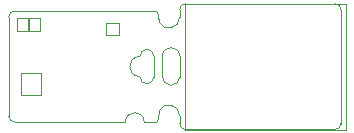
<source format=gbr>
%TF.GenerationSoftware,KiCad,Pcbnew,5.1.5+dfsg1-2~bpo10+1*%
%TF.CreationDate,2020-05-22T12:44:22+02:00*%
%TF.ProjectId,qomu-board,716f6d75-2d62-46f6-9172-642e6b696361,rev?*%
%TF.SameCoordinates,Original*%
%TF.FileFunction,Other,ECO1*%
%FSLAX46Y46*%
G04 Gerber Fmt 4.6, Leading zero omitted, Abs format (unit mm)*
G04 Created by KiCad (PCBNEW 5.1.5+dfsg1-2~bpo10+1) date 2020-05-22 12:44:22 commit 5cfbf1f*
%MOMM*%
%LPD*%
G04 APERTURE LIST*
%ADD10C,0.050000*%
%ADD11C,0.010000*%
G04 APERTURE END LIST*
D10*
X45150000Y-26630000D02*
G75*
G02X44650000Y-27130000I-500000J0D01*
G01*
X44650000Y-16480000D02*
G75*
G02X45150000Y-16980000I0J-500000D01*
G01*
X31515000Y-22680000D02*
X31515000Y-20920000D01*
X29744948Y-25590113D02*
G75*
G02X31492032Y-25994015I831536J-383648D01*
G01*
X30015000Y-22610000D02*
G75*
G03X31515000Y-22680000I750000J-35000D01*
G01*
X30015000Y-21130000D02*
X30015000Y-20990000D01*
X29745000Y-18010000D02*
G75*
G03X31492032Y-17605985I831484J383761D01*
G01*
X17525000Y-17100000D02*
X29525000Y-17100000D01*
X31492032Y-17605985D02*
X31500000Y-16980000D01*
X31500000Y-26630000D02*
X31492032Y-25994015D01*
X30015000Y-20990000D02*
G75*
G02X31515000Y-20920000I750000J35000D01*
G01*
X45150000Y-26630000D02*
X45150000Y-16980000D01*
X32000000Y-27130000D02*
X44650000Y-27130000D01*
X32000000Y-16480000D02*
X44650000Y-16480000D01*
X31500000Y-26630000D02*
G75*
G03X32000000Y-27130000I500000J0D01*
G01*
X31500000Y-16980000D02*
G75*
G02X32000000Y-16480000I500000J0D01*
G01*
X17025000Y-26000000D02*
G75*
G03X17525000Y-26500000I500000J0D01*
G01*
D11*
X29325000Y-22650000D02*
G75*
G02X28125000Y-22650000I-600000J0D01*
G01*
X29325000Y-20950000D02*
G75*
G03X28125000Y-20950000I-600000J0D01*
G01*
X28125000Y-20950000D02*
G75*
G03X28125000Y-22650000I0J-850000D01*
G01*
D10*
X28500000Y-26500000D02*
G75*
G03X26900000Y-26500000I-800000J0D01*
G01*
X28500000Y-26500000D02*
X29525000Y-26500000D01*
D11*
X29325000Y-20950000D02*
X29325000Y-22650000D01*
D10*
X17525000Y-17100000D02*
G75*
G03X17025000Y-17600000I0J-500000D01*
G01*
X17025000Y-17600000D02*
X17025000Y-26000000D01*
X17525000Y-26500000D02*
X26900000Y-26500000D01*
X30025000Y-21800000D02*
X30025000Y-21670000D01*
X30025000Y-21670000D02*
X30025000Y-21530000D01*
X30025000Y-21530000D02*
X30025000Y-21400000D01*
X30025000Y-21400000D02*
X30025000Y-21260000D01*
X30025000Y-21260000D02*
X30015000Y-21130000D01*
X29745000Y-18010000D02*
X29735000Y-17910000D01*
X29735000Y-17910000D02*
X29715000Y-17820000D01*
X29715000Y-17820000D02*
X29695000Y-17720000D01*
X29695000Y-17720000D02*
X29675000Y-17640000D01*
X29675000Y-17640000D02*
X29655000Y-17550000D01*
X29655000Y-17550000D02*
X29645000Y-17460000D01*
X29645000Y-17460000D02*
X29625000Y-17380000D01*
X29625000Y-17380000D02*
X29605000Y-17300000D01*
X29605000Y-17300000D02*
X29585000Y-17230000D01*
X29585000Y-17230000D02*
X29555000Y-17150000D01*
X29555000Y-17150000D02*
X29525000Y-17100000D01*
X29525000Y-26500000D02*
X29555000Y-26450000D01*
X29555000Y-26450000D02*
X29585000Y-26370000D01*
X29585000Y-26370000D02*
X29605000Y-26300000D01*
X29605000Y-26300000D02*
X29625000Y-26220000D01*
X29625000Y-26220000D02*
X29645000Y-26140000D01*
X29645000Y-26140000D02*
X29655000Y-26050000D01*
X29655000Y-26050000D02*
X29675000Y-25960000D01*
X29675000Y-25960000D02*
X29695000Y-25880000D01*
X29695000Y-25880000D02*
X29715000Y-25780000D01*
X29715000Y-25780000D02*
X29735000Y-25690000D01*
X29735000Y-25690000D02*
X29745000Y-25590000D01*
X30015000Y-22610000D02*
X30015000Y-22470000D01*
X30015000Y-22470000D02*
X30025000Y-22340000D01*
X30025000Y-22340000D02*
X30025000Y-22200000D01*
X30025000Y-22200000D02*
X30025000Y-22070000D01*
X30025000Y-22070000D02*
X30025000Y-21930000D01*
X30025000Y-21930000D02*
X30025000Y-21800000D01*
X19720000Y-22326500D02*
X19720000Y-24226500D01*
X19720000Y-24226500D02*
X18080000Y-24226500D01*
X18080000Y-24226500D02*
X18080000Y-22326500D01*
X18080000Y-22326500D02*
X19720000Y-22326500D01*
X18710000Y-17659000D02*
X18710000Y-18799000D01*
X18710000Y-18799000D02*
X19650000Y-18799000D01*
X19650000Y-18799000D02*
X19650000Y-17659000D01*
X19650000Y-17659000D02*
X18710000Y-17659000D01*
X26360000Y-18149000D02*
X25220000Y-18149000D01*
X25220000Y-18149000D02*
X25220000Y-19089000D01*
X25220000Y-19089000D02*
X26360000Y-19089000D01*
X26360000Y-19089000D02*
X26360000Y-18149000D01*
X17740000Y-17659000D02*
X17740000Y-18799000D01*
X17740000Y-18799000D02*
X18680000Y-18799000D01*
X18680000Y-18799000D02*
X18680000Y-17659000D01*
X18680000Y-17659000D02*
X17740000Y-17659000D01*
X31960000Y-27135000D02*
X31960000Y-16475000D01*
X45550000Y-27135000D02*
X31960000Y-27135000D01*
X45550000Y-16475000D02*
X45550000Y-27135000D01*
X31960000Y-16475000D02*
X45550000Y-16475000D01*
M02*

</source>
